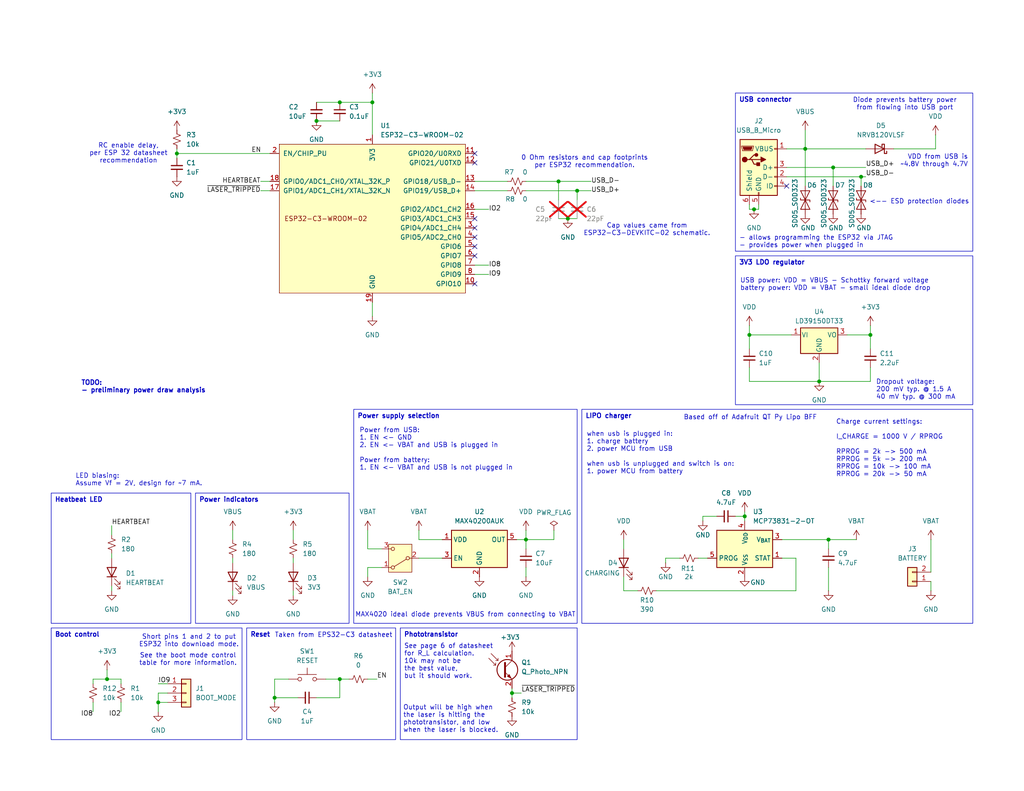
<source format=kicad_sch>
(kicad_sch (version 20231120) (generator "eeschema") (generator_version "8.0")
  (paper "USLetter")
  (title_block (title "laser photogate reporter") (date "2024-03-24") (rev "1") (company "Trevor Vannoy") (comment 2 "Downstream receiver for a laser photogate system.\\nThis board wireslessly sends a message back to the controller\\nwhen the object reached the finish line."))
  (lib_symbols
    (symbol "Analog_Switch:MAX40200AUK"
      (property "Reference" "U" (at -6.35 6.35 0))
      (property "Value" "MAX40200AUK" (at 7.62 6.35 0))
      (symbol "MAX40200AUK_1_1"
        (rectangle (start -7.62 -5.08) (end 7.62 5.08) (stroke (width 0.254)) (fill (type background)))
        (pin power_in line (at -10.16 2.54 0) (length 2.54) (name "VDD") (number "1"))
        (pin power_in line (at 0 -7.62 90) (length 2.54) (name "GND") (number "2"))
        (pin input line (at -10.16 -2.54 0) (length 2.54) (name "EN") (number "3"))
        (pin no_connect line (at 7.62 -2.54 180) (length 2.54) hide (name "NC") (number "4"))
        (pin passive line (at 10.16 2.54 180) (length 2.54) (name "OUT") (number "5"))
      )
    )
    (symbol "Battery_Management:MCP73831-2-OT"
      (property "Reference" "U" (at -7.62 6.35 0))
      (property "Value" "MCP73831-2-OT" (at 1.27 6.35 0))
      (symbol "MCP73831-2-OT_0_1"
        (rectangle (start -7.62 5.08) (end 7.62 -5.08) (stroke (width 0.254)) (fill (type background)))
      )
      (symbol "MCP73831-2-OT_1_1"
        (pin tri_state line (at 10.16 -2.54 180) (length 2.54) (name "STAT") (number "1"))
        (pin power_in line (at 0 -7.62 90) (length 2.54) (name "V_{SS}") (number "2"))
        (pin power_out line (at 10.16 2.54 180) (length 2.54) (name "V_{BAT}") (number "3"))
        (pin power_in line (at 0 7.62 270) (length 2.54) (name "V_{DD}") (number "4"))
        (pin input line (at -10.16 -2.54 0) (length 2.54) (name "PROG") (number "5"))
      )
    )
    (symbol "Connector:USB_B_Micro" (pin_names (offset 1.016))
      (property "Reference" "J" (at -5.08 11.43 0))
      (property "Value" "USB_B_Micro" (at -5.08 8.89 0))
      (symbol "USB_B_Micro_0_1"
        (rectangle (start -5.08 -7.62) (end 5.08 7.62) (stroke (width 0.254)) (fill (type background)))
        (circle (center -3.81 2.159) (radius 0.635) (stroke (width 0.254)) (fill (type outline)))
        (circle (center -0.635 3.429) (radius 0.381) (stroke (width 0.254)) (fill (type outline)))
        (rectangle (start -0.127 -7.62) (end 0.127 -6.858))
        (polyline (pts (xy -1.905 2.159) (xy 0.635 2.159)) (stroke (width 0.254)))
        (polyline (pts (xy -3.175 2.159) (xy -2.54 2.159) (xy -1.27 3.429) (xy -0.635 3.429)) (stroke (width 0.254)))
        (polyline (pts (xy -2.54 2.159) (xy -1.905 2.159) (xy -1.27 0.889) (xy 0 0.889)) (stroke (width 0.254)))
        (polyline (pts (xy 0.635 2.794) (xy 0.635 1.524) (xy 1.905 2.159) (xy 0.635 2.794)) (stroke (width 0.254)) (fill (type outline)))
        (polyline (pts (xy -4.318 5.588) (xy -1.778 5.588) (xy -2.032 4.826) (xy -4.064 4.826) (xy -4.318 5.588)) (fill (type outline)))
        (polyline (pts (xy -4.699 5.842) (xy -4.699 5.588) (xy -4.445 4.826) (xy -4.445 4.572) (xy -1.651 4.572) (xy -1.651 4.826) (xy -1.397 5.588) (xy -1.397 5.842) (xy -4.699 5.842)))
        (rectangle (start 0.254 1.27) (end -0.508 0.508) (stroke (width 0.254)) (fill (type outline)))
        (rectangle (start 5.08 -5.207) (end 4.318 -4.953))
        (rectangle (start 5.08 -2.667) (end 4.318 -2.413))
        (rectangle (start 5.08 -0.127) (end 4.318 0.127))
        (rectangle (start 5.08 4.953) (end 4.318 5.207))
      )
      (symbol "USB_B_Micro_1_1"
        (pin power_out line (at 7.62 5.08 180) (length 2.54) (name "VBUS") (number "1"))
        (pin bidirectional line (at 7.62 -2.54 180) (length 2.54) (name "D-") (number "2"))
        (pin bidirectional line (at 7.62 0 180) (length 2.54) (name "D+") (number "3"))
        (pin passive line (at 7.62 -5.08 180) (length 2.54) (name "ID") (number "4"))
        (pin power_out line (at 0 -10.16 90) (length 2.54) (name "GND") (number "5"))
        (pin passive line (at -2.54 -10.16 90) (length 2.54) (name "Shield") (number "6"))
      )
    )
    (symbol "Connector_Generic:Conn_01x02" (pin_names (offset 1.016) hide)
      (property "Reference" "J" (at 0 2.54 0))
      (property "Value" "Conn_01x02" (at 0 -5.08 0))
      (symbol "Conn_01x02_1_1"
        (rectangle (start -1.27 -2.413) (end 0 -2.667) (stroke (width 0.1524)))
        (rectangle (start -1.27 0.127) (end 0 -0.127) (stroke (width 0.1524)))
        (rectangle (start -1.27 1.27) (end 1.27 -3.81) (stroke (width 0.254)) (fill (type background)))
        (pin passive line (at -5.08 0 0) (length 3.81) (name "Pin_1") (number "1"))
        (pin passive line (at -5.08 -2.54 0) (length 3.81) (name "Pin_2") (number "2"))
      )
    )
    (symbol "Connector_Generic:Conn_01x03" (pin_names (offset 1.016) hide)
      (property "Reference" "J" (at 0 5.08 0))
      (property "Value" "Conn_01x03" (at 0 -5.08 0))
      (symbol "Conn_01x03_1_1"
        (rectangle (start -1.27 -2.413) (end 0 -2.667) (stroke (width 0.1524)))
        (rectangle (start -1.27 0.127) (end 0 -0.127) (stroke (width 0.1524)))
        (rectangle (start -1.27 2.667) (end 0 2.413) (stroke (width 0.1524)))
        (rectangle (start -1.27 3.81) (end 1.27 -3.81) (stroke (width 0.254)) (fill (type background)))
        (pin passive line (at -5.08 2.54 0) (length 3.81) (name "Pin_1") (number "1"))
        (pin passive line (at -5.08 0 0) (length 3.81) (name "Pin_2") (number "2"))
        (pin passive line (at -5.08 -2.54 0) (length 3.81) (name "Pin_3") (number "3"))
      )
    )
    (symbol "Device:C_Small" (pin_numbers hide) (pin_names (offset 0.254) hide)
      (property "Reference" "C" (at 0.254 1.778 0))
      (property "Value" "C_Small" (at 0.254 -2.032 0))
      (symbol "C_Small_0_1"
        (polyline (pts (xy -1.524 -0.508) (xy 1.524 -0.508)) (stroke (width 0.3302)))
        (polyline (pts (xy -1.524 0.508) (xy 1.524 0.508)) (stroke (width 0.3048)))
      )
      (symbol "C_Small_1_1"
        (pin passive line (at 0 2.54 270) (length 2.032) (name "~") (number "1"))
        (pin passive line (at 0 -2.54 90) (length 2.032) (name "~") (number "2"))
      )
    )
    (symbol "Device:D_Schottky" (pin_numbers hide) (pin_names (offset 1.016) hide)
      (property "Reference" "D" (at 0 2.54 0))
      (property "Value" "D_Schottky" (at 0 -2.54 0))
      (symbol "D_Schottky_0_1"
        (polyline (pts (xy 1.27 0) (xy -1.27 0)))
        (polyline (pts (xy 1.27 1.27) (xy 1.27 -1.27) (xy -1.27 0) (xy 1.27 1.27)) (stroke (width 0.254)))
        (polyline (pts (xy -1.905 0.635) (xy -1.905 1.27) (xy -1.27 1.27) (xy -1.27 -1.27) (xy -0.635 -1.27) (xy -0.635 -0.635)) (stroke (width 0.254)))
      )
      (symbol "D_Schottky_1_1"
        (pin passive line (at -3.81 0 0) (length 2.54) (name "K") (number "1"))
        (pin passive line (at 3.81 0 180) (length 2.54) (name "A") (number "2"))
      )
    )
    (symbol "Device:LED" (pin_numbers hide) (pin_names (offset 1.016) hide)
      (property "Reference" "D" (at 0 2.54 0))
      (property "Value" "LED" (at 0 -2.54 0))
      (symbol "LED_0_1"
        (polyline (pts (xy -1.27 -1.27) (xy -1.27 1.27)) (stroke (width 0.254)))
        (polyline (pts (xy -1.27 0) (xy 1.27 0)))
        (polyline (pts (xy 1.27 -1.27) (xy 1.27 1.27) (xy -1.27 0) (xy 1.27 -1.27)) (stroke (width 0.254)))
        (polyline (pts (xy -3.048 -0.762) (xy -4.572 -2.286) (xy -3.81 -2.286) (xy -4.572 -2.286) (xy -4.572 -1.524)))
        (polyline (pts (xy -1.778 -0.762) (xy -3.302 -2.286) (xy -2.54 -2.286) (xy -3.302 -2.286) (xy -3.302 -1.524)))
      )
      (symbol "LED_1_1"
        (pin passive line (at -3.81 0 0) (length 2.54) (name "K") (number "1"))
        (pin passive line (at 3.81 0 180) (length 2.54) (name "A") (number "2"))
      )
    )
    (symbol "Device:Q_Photo_NPN" (pin_names (offset 0) hide)
      (property "Reference" "Q" (at 5.08 1.27 0))
      (property "Value" "Q_Photo_NPN" (at 5.08 -1.27 0))
      (symbol "Q_Photo_NPN_0_1"
        (polyline (pts (xy -1.905 1.27) (xy -2.54 1.27)))
        (polyline (pts (xy -1.27 2.54) (xy -1.905 2.54)))
        (polyline (pts (xy 0.635 0.635) (xy 2.54 2.54)))
        (polyline (pts (xy -3.81 3.175) (xy -1.905 1.27) (xy -1.905 1.905)))
        (polyline (pts (xy -3.175 4.445) (xy -1.27 2.54) (xy -1.27 3.175)))
        (polyline (pts (xy 0.635 -0.635) (xy 2.54 -2.54) (xy 2.54 -2.54)))
        (polyline (pts (xy 0.635 1.905) (xy 0.635 -1.905) (xy 0.635 -1.905)) (stroke (width 0.508)))
        (polyline (pts (xy 1.27 -1.778) (xy 1.778 -1.27) (xy 2.286 -2.286) (xy 1.27 -1.778) (xy 1.27 -1.778)) (fill (type outline)))
        (circle (center 1.27 0) (radius 2.8194) (stroke (width 0.254)))
      )
      (symbol "Q_Photo_NPN_1_1"
        (pin passive line (at 2.54 5.08 270) (length 2.54) (name "C") (number "1"))
        (pin passive line (at 2.54 -5.08 90) (length 2.54) (name "E") (number "2"))
      )
    )
    (symbol "Device:R_Small_US" (pin_numbers hide) (pin_names (offset 0.254) hide)
      (property "Reference" "R" (at 0.762 0.508 0))
      (property "Value" "R_Small_US" (at 0.762 -1.016 0))
      (symbol "R_Small_US_1_1"
        (polyline (pts (xy 0 0) (xy 1.016 -0.381) (xy 0 -0.762) (xy -1.016 -1.143) (xy 0 -1.524)))
        (polyline (pts (xy 0 1.524) (xy 1.016 1.143) (xy 0 0.762) (xy -1.016 0.381) (xy 0 0)))
        (pin passive line (at 0 2.54 270) (length 1.016) (name "~") (number "1"))
        (pin passive line (at 0 -2.54 90) (length 1.016) (name "~") (number "2"))
      )
    )
    (symbol "Diode:SD05_SOD323" (pin_numbers hide) (pin_names (offset 1.016) hide)
      (property "Reference" "D" (at 0 2.54 0))
      (property "Value" "SD05_SOD323" (at 0 -2.54 0))
      (symbol "SD05_SOD323_0_1"
        (polyline (pts (xy 1.27 0) (xy -1.27 0)))
        (polyline (pts (xy -2.54 -1.27) (xy 0 0) (xy -2.54 1.27) (xy -2.54 -1.27)) (stroke (width 0.2032)))
        (polyline (pts (xy 0.508 1.27) (xy 0 1.27) (xy 0 -1.27) (xy -0.508 -1.27)) (stroke (width 0.2032)))
        (polyline (pts (xy 2.54 1.27) (xy 2.54 -1.27) (xy 0 0) (xy 2.54 1.27)) (stroke (width 0.2032)))
      )
      (symbol "SD05_SOD323_1_1"
        (pin passive line (at -3.81 0 0) (length 2.54) (name "A1") (number "1"))
        (pin passive line (at 3.81 0 180) (length 2.54) (name "A2") (number "2"))
      )
    )
    (symbol "PCM_Espressif:ESP32-C3-WROOM-02" (pin_names (offset 1.016))
      (property "Reference" "U" (at -25.4 25.4 0))
      (property "Value" "ESP32-C3-WROOM-02" (at -25.4 22.86 0))
      (symbol "ESP32-C3-WROOM-02_0_0"
        (text "ESP32-C3-WROOM-02" (at -12.7 0 0) (effects (font (size 1.27 1.27))))
      )
      (symbol "ESP32-C3-WROOM-02_0_1"
        (rectangle (start 25.4 20.32) (end -25.4 -20.32) (fill (type background)))
      )
      (symbol "ESP32-C3-WROOM-02_1_1"
        (pin power_in line (at 0 22.86 270) (length 2.54) (name "3V3") (number "1"))
        (pin bidirectional line (at 27.94 -17.78 180) (length 2.54) (name "GPIO10") (number "10"))
        (pin bidirectional line (at 27.94 17.78 180) (length 2.54) (name "GPIO20/U0RXD") (number "11"))
        (pin bidirectional line (at 27.94 15.24 180) (length 2.54) (name "GPIO21/U0TXD") (number "12"))
        (pin bidirectional line (at 27.94 10.16 180) (length 2.54) (name "GPIO18/USB_D-") (number "13"))
        (pin bidirectional line (at 27.94 7.62 180) (length 2.54) (name "GPIO19/USB_D+") (number "14"))
        (pin bidirectional line (at 27.94 0 180) (length 2.54) (name "GPIO3/ADC1_CH3") (number "15"))
        (pin bidirectional line (at 27.94 2.54 180) (length 2.54) (name "GPIO2/ADC1_CH2") (number "16"))
        (pin bidirectional line (at -27.94 7.62 0) (length 2.54) (name "GPIO1/ADC1_CH1/XTAL_32K_N") (number "17"))
        (pin bidirectional line (at -27.94 10.16 0) (length 2.54) (name "GPIO0/ADC1_CH0/XTAL_32K_P") (number "18"))
        (pin power_in line (at 0 -22.86 90) (length 2.54) (name "GND") (number "19"))
        (pin input line (at -27.94 17.78 0) (length 2.54) (name "EN/CHIP_PU") (number "2"))
        (pin bidirectional line (at 27.94 -2.54 180) (length 2.54) (name "GPIO4/ADC1_CH4") (number "3"))
        (pin bidirectional line (at 27.94 -5.08 180) (length 2.54) (name "GPIO5/ADC2_CH0") (number "4"))
        (pin bidirectional line (at 27.94 -7.62 180) (length 2.54) (name "GPIO6") (number "5"))
        (pin bidirectional line (at 27.94 -10.16 180) (length 2.54) (name "GPIO7") (number "6"))
        (pin bidirectional line (at 27.94 -12.7 180) (length 2.54) (name "GPIO8") (number "7"))
        (pin bidirectional line (at 27.94 -15.24 180) (length 2.54) (name "GPIO9") (number "8"))
        (pin passive line (at 0 -22.86 90) (length 2.54) hide (name "GND") (number "9"))
      )
    )
    (symbol "Regulator_Linear:LD39150DT33" (pin_names (offset 0.254))
      (property "Reference" "U" (at -3.81 3.175 0))
      (property "Value" "LD39150DT33" (at 0 3.175 0))
      (symbol "LD39150DT33_0_1"
        (rectangle (start -5.08 -5.08) (end 5.08 1.905) (stroke (width 0.254)) (fill (type background)))
      )
      (symbol "LD39150DT33_1_1"
        (pin power_in line (at -7.62 0 0) (length 2.54) (name "VI") (number "1"))
        (pin power_in line (at 0 -7.62 90) (length 2.54) (name "GND") (number "2"))
        (pin power_out line (at 7.62 0 180) (length 2.54) (name "VO") (number "3"))
      )
    )
    (symbol "Switch:SW_Push" (pin_numbers hide) (pin_names (offset 1.016) hide)
      (property "Reference" "SW" (at 1.27 2.54 0))
      (property "Value" "SW_Push" (at 0 -1.524 0))
      (symbol "SW_Push_0_1"
        (circle (center -2.032 0) (radius 0.508))
        (polyline (pts (xy 0 1.27) (xy 0 3.048)))
        (polyline (pts (xy 2.54 1.27) (xy -2.54 1.27)))
        (circle (center 2.032 0) (radius 0.508))
        (pin passive line (at -5.08 0 0) (length 2.54) (name "1") (number "1"))
        (pin passive line (at 5.08 0 180) (length 2.54) (name "2") (number "2"))
      )
    )
    (symbol "Switch:SW_SPDT" (pin_names (offset 0) hide)
      (property "Reference" "SW" (at 0 5.08 0))
      (property "Value" "SW_SPDT" (at 0 -5.08 0))
      (symbol "SW_SPDT_0_1"
        (circle (center -2.032 0) (radius 0.4572))
        (polyline (pts (xy -1.651 0.254) (xy 1.651 2.286)))
        (circle (center 2.032 -2.54) (radius 0.4572))
        (circle (center 2.032 2.54) (radius 0.4572))
      )
      (symbol "SW_SPDT_1_1"
        (rectangle (start -3.175 3.81) (end 3.175 -3.81) (fill (type background)))
        (pin passive line (at 5.08 2.54 180) (length 2.54) (name "A") (number "1"))
        (pin passive line (at -5.08 0 0) (length 2.54) (name "B") (number "2"))
        (pin passive line (at 5.08 -2.54 180) (length 2.54) (name "C") (number "3"))
      )
    )
    (symbol "power:+3V3" (power) (pin_numbers hide) (pin_names (offset 0) hide)
      (property "Value" "+3V3" (at 0 3.556 0))
      (symbol "+3V3_0_1"
        (polyline (pts (xy -0.762 1.27) (xy 0 2.54)))
        (polyline (pts (xy 0 0) (xy 0 2.54)))
        (polyline (pts (xy 0 2.54) (xy 0.762 1.27)))
      )
      (symbol "+3V3_1_1"
        (pin power_in line (at 0 0 90) (length 0) (name "~") (number "1"))
      )
    )
    (symbol "power:GND" (power) (pin_numbers hide) (pin_names (offset 0) hide)
      (property "Value" "GND" (at 0 -3.81 0))
      (symbol "GND_0_1"
        (polyline (pts (xy 0 0) (xy 0 -1.27) (xy 1.27 -1.27) (xy 0 -2.54) (xy -1.27 -1.27) (xy 0 -1.27)))
      )
      (symbol "GND_1_1"
        (pin power_in line (at 0 0 270) (length 0) (name "~") (number "1"))
      )
    )
    (symbol "power:PWR_FLAG" (power) (pin_numbers hide) (pin_names (offset 0) hide)
      (property "Value" "PWR_FLAG" (at 0 3.81 0))
      (symbol "PWR_FLAG_0_0"
        (pin power_out line (at 0 0 90) (length 0) (name "~") (number "1"))
      )
      (symbol "PWR_FLAG_0_1"
        (polyline (pts (xy 0 0) (xy 0 1.27) (xy -1.016 1.905) (xy 0 2.54) (xy 1.016 1.905) (xy 0 1.27)))
      )
    )
    (symbol "power:VBUS" (power) (pin_numbers hide) (pin_names (offset 0) hide)
      (property "Value" "VBUS" (at 0 3.556 0))
      (symbol "VBUS_0_1"
        (polyline (pts (xy -0.762 1.27) (xy 0 2.54)))
        (polyline (pts (xy 0 0) (xy 0 2.54)))
        (polyline (pts (xy 0 2.54) (xy 0.762 1.27)))
      )
      (symbol "VBUS_1_1"
        (pin power_in line (at 0 0 90) (length 0) (name "~") (number "1"))
      )
    )
    (symbol "power:VCC" (power) (pin_numbers hide) (pin_names (offset 0) hide)
      (property "Value" "VCC" (at 0 3.556 0))
      (symbol "VCC_0_1"
        (polyline (pts (xy -0.762 1.27) (xy 0 2.54)))
        (polyline (pts (xy 0 0) (xy 0 2.54)))
        (polyline (pts (xy 0 2.54) (xy 0.762 1.27)))
      )
      (symbol "VCC_1_1"
        (pin power_in line (at 0 0 90) (length 0) (name "~") (number "1"))
      )
    )
    (symbol "power:VDD" (power) (pin_numbers hide) (pin_names (offset 0) hide)
      (property "Value" "VDD" (at 0 3.556 0))
      (symbol "VDD_0_1"
        (polyline (pts (xy -0.762 1.27) (xy 0 2.54)))
        (polyline (pts (xy 0 0) (xy 0 2.54)))
        (polyline (pts (xy 0 2.54) (xy 0.762 1.27)))
      )
      (symbol "VDD_1_1"
        (pin power_in line (at 0 0 90) (length 0) (name "~") (number "1"))
      )
    )
  )
  (junction (at 219.71 40.64))
  (junction (at 204.47 91.44))
  (junction (at 92.71 27.94))
  (junction (at 152.4 49.53))
  (junction (at 139.7 189.23))
  (junction (at 234.95 48.26))
  (junction (at 237.49 91.44))
  (junction (at 101.6 27.94))
  (junction (at 48.26 41.91))
  (junction (at 143.51 147.32))
  (junction (at 157.48 52.07))
  (junction (at 226.06 147.32))
  (junction (at 74.93 190.5))
  (junction (at 203.2 140.97))
  (junction (at 86.36 33.02))
  (junction (at 223.52 104.14))
  (junction (at 92.71 185.42))
  (junction (at 227.33 45.72))
  (junction (at 154.94 59.69))
  (junction (at 205.74 57.15))
  (junction (at 43.18 191.77))
  (junction (at 29.21 185.42))
  (no_connect (at 129.54 77.47))
  (no_connect (at 129.54 69.85))
  (no_connect (at 129.54 44.45))
  (no_connect (at 129.54 64.77))
  (no_connect (at 129.54 41.91))
  (no_connect (at 129.54 59.69))
  (no_connect (at 129.54 67.31))
  (no_connect (at 129.54 62.23))
  (no_connect (at 214.63 50.8))
  (wire (pts (xy 80.01 152.4) (xy 80.01 153.67)))
  (wire (pts (xy 74.93 185.42) (xy 74.93 190.5)))
  (wire (pts (xy 152.4 49.53) (xy 161.29 49.53)))
  (wire (pts (xy 100.33 185.42) (xy 102.87 185.42)))
  (wire (pts (xy 173.99 161.29) (xy 170.18 161.29)))
  (wire (pts (xy 204.47 57.15) (xy 204.47 55.88)))
  (wire (pts (xy 80.01 161.29) (xy 80.01 162.56)))
  (wire (pts (xy 214.63 48.26) (xy 234.95 48.26)))
  (wire (pts (xy 219.71 40.64) (xy 236.22 40.64)))
  (wire (pts (xy 81.28 190.5) (xy 74.93 190.5)))
  (wire (pts (xy 143.51 157.48) (xy 143.51 154.94)))
  (wire (pts (xy 43.18 189.23) (xy 43.18 191.77)))
  (wire (pts (xy 254 147.32) (xy 254 156.21)))
  (wire (pts (xy 190.5 152.4) (xy 193.04 152.4)))
  (wire (pts (xy 92.71 190.5) (xy 86.36 190.5)))
  (wire (pts (xy 237.49 91.44) (xy 237.49 95.25)))
  (wire (pts (xy 43.18 191.77) (xy 43.18 194.31)))
  (wire (pts (xy 234.95 48.26) (xy 236.22 48.26)))
  (wire (pts (xy 129.54 52.07) (xy 138.43 52.07)))
  (wire (pts (xy 234.95 48.26) (xy 234.95 50.8)))
  (wire (pts (xy 203.2 140.97) (xy 203.2 142.24)))
  (wire (pts (xy 139.7 187.96) (xy 139.7 189.23)))
  (wire (pts (xy 101.6 82.55) (xy 101.6 86.36)))
  (wire (pts (xy 101.6 27.94) (xy 101.6 36.83)))
  (wire (pts (xy 92.71 185.42) (xy 92.71 190.5)))
  (wire (pts (xy 74.93 190.5) (xy 74.93 191.77)))
  (wire (pts (xy 237.49 104.14) (xy 237.49 100.33)))
  (wire (pts (xy 43.18 186.69) (xy 45.72 186.69)))
  (wire (pts (xy 100.33 149.86) (xy 104.14 149.86)))
  (wire (pts (xy 207.01 57.15) (xy 207.01 55.88)))
  (wire (pts (xy 30.48 151.13) (xy 30.48 152.4)))
  (wire (pts (xy 33.02 191.77) (xy 33.02 194.31)))
  (wire (pts (xy 214.63 45.72) (xy 227.33 45.72)))
  (wire (pts (xy 154.94 59.69) (xy 157.48 59.69)))
  (wire (pts (xy 223.52 104.14) (xy 237.49 104.14)))
  (wire (pts (xy 152.4 49.53) (xy 152.4 54.61)))
  (wire (pts (xy 223.52 99.06) (xy 223.52 104.14)))
  (wire (pts (xy 129.54 57.15) (xy 133.35 57.15)))
  (wire (pts (xy 25.4 191.77) (xy 25.4 194.31)))
  (wire (pts (xy 143.51 147.32) (xy 143.51 149.86)))
  (wire (pts (xy 114.3 144.78) (xy 114.3 147.32)))
  (wire (pts (xy 226.06 147.32) (xy 233.68 147.32)))
  (wire (pts (xy 143.51 52.07) (xy 157.48 52.07)))
  (wire (pts (xy 143.51 147.32) (xy 143.51 144.78)))
  (wire (pts (xy 205.74 57.15) (xy 207.01 57.15)))
  (wire (pts (xy 139.7 189.23) (xy 139.7 190.5)))
  (wire (pts (xy 80.01 144.78) (xy 80.01 147.32)))
  (wire (pts (xy 129.54 49.53) (xy 138.43 49.53)))
  (wire (pts (xy 204.47 88.9) (xy 204.47 91.44)))
  (wire (pts (xy 114.3 152.4) (xy 120.65 152.4)))
  (wire (pts (xy 63.5 161.29) (xy 63.5 162.56)))
  (wire (pts (xy 205.74 57.15) (xy 204.47 57.15)))
  (wire (pts (xy 43.18 191.77) (xy 45.72 191.77)))
  (wire (pts (xy 204.47 104.14) (xy 223.52 104.14)))
  (wire (pts (xy 227.33 50.8) (xy 227.33 45.72)))
  (wire (pts (xy 204.47 95.25) (xy 204.47 91.44)))
  (wire (pts (xy 86.36 27.94) (xy 92.71 27.94)))
  (wire (pts (xy 30.48 160.02) (xy 30.48 161.29)))
  (wire (pts (xy 71.12 52.07) (xy 73.66 52.07)))
  (wire (pts (xy 217.17 161.29) (xy 217.17 152.4)))
  (wire (pts (xy 88.9 185.42) (xy 92.71 185.42)))
  (wire (pts (xy 100.33 144.78) (xy 100.33 149.86)))
  (wire (pts (xy 71.12 49.53) (xy 73.66 49.53)))
  (wire (pts (xy 227.33 45.72) (xy 236.22 45.72)))
  (wire (pts (xy 204.47 100.33) (xy 204.47 104.14)))
  (wire (pts (xy 200.66 140.97) (xy 203.2 140.97)))
  (wire (pts (xy 191.77 142.24) (xy 191.77 140.97)))
  (wire (pts (xy 255.27 40.64) (xy 255.27 36.83)))
  (wire (pts (xy 48.26 41.91) (xy 48.26 43.18)))
  (wire (pts (xy 203.2 139.7) (xy 203.2 140.97)))
  (wire (pts (xy 226.06 154.94) (xy 226.06 161.29)))
  (wire (pts (xy 129.54 72.39) (xy 133.35 72.39)))
  (wire (pts (xy 213.36 147.32) (xy 226.06 147.32)))
  (wire (pts (xy 92.71 27.94) (xy 101.6 27.94)))
  (wire (pts (xy 29.21 185.42) (xy 25.4 185.42)))
  (wire (pts (xy 170.18 147.32) (xy 170.18 149.86)))
  (wire (pts (xy 63.5 152.4) (xy 63.5 153.67)))
  (wire (pts (xy 45.72 189.23) (xy 43.18 189.23)))
  (wire (pts (xy 152.4 59.69) (xy 154.94 59.69)))
  (wire (pts (xy 237.49 88.9) (xy 237.49 91.44)))
  (wire (pts (xy 63.5 144.78) (xy 63.5 147.32)))
  (wire (pts (xy 78.74 185.42) (xy 74.93 185.42)))
  (wire (pts (xy 204.47 91.44) (xy 215.9 91.44)))
  (wire (pts (xy 29.21 182.88) (xy 29.21 185.42)))
  (wire (pts (xy 143.51 147.32) (xy 140.97 147.32)))
  (wire (pts (xy 214.63 40.64) (xy 219.71 40.64)))
  (wire (pts (xy 114.3 147.32) (xy 120.65 147.32)))
  (wire (pts (xy 92.71 185.42) (xy 95.25 185.42)))
  (wire (pts (xy 143.51 49.53) (xy 152.4 49.53)))
  (wire (pts (xy 29.21 185.42) (xy 33.02 185.42)))
  (wire (pts (xy 243.84 40.64) (xy 255.27 40.64)))
  (wire (pts (xy 139.7 189.23) (xy 142.24 189.23)))
  (wire (pts (xy 48.26 40.64) (xy 48.26 41.91)))
  (wire (pts (xy 219.71 40.64) (xy 219.71 50.8)))
  (wire (pts (xy 179.07 161.29) (xy 217.17 161.29)))
  (wire (pts (xy 25.4 185.42) (xy 25.4 186.69)))
  (wire (pts (xy 226.06 149.86) (xy 226.06 147.32)))
  (wire (pts (xy 157.48 52.07) (xy 157.48 54.61)))
  (wire (pts (xy 143.51 147.32) (xy 151.13 147.32)))
  (wire (pts (xy 254 158.75) (xy 254 161.29)))
  (wire (pts (xy 213.36 152.4) (xy 217.17 152.4)))
  (wire (pts (xy 100.33 154.94) (xy 100.33 157.48)))
  (wire (pts (xy 231.14 91.44) (xy 237.49 91.44)))
  (wire (pts (xy 104.14 154.94) (xy 100.33 154.94)))
  (wire (pts (xy 191.77 140.97) (xy 195.58 140.97)))
  (wire (pts (xy 170.18 161.29) (xy 170.18 157.48)))
  (wire (pts (xy 219.71 35.56) (xy 219.71 40.64)))
  (wire (pts (xy 157.48 52.07) (xy 161.29 52.07)))
  (wire (pts (xy 33.02 185.42) (xy 33.02 186.69)))
  (wire (pts (xy 181.61 153.67) (xy 181.61 152.4)))
  (wire (pts (xy 129.54 74.93) (xy 133.35 74.93)))
  (wire (pts (xy 101.6 25.4) (xy 101.6 27.94)))
  (wire (pts (xy 86.36 33.02) (xy 92.71 33.02)))
  (wire (pts (xy 181.61 152.4) (xy 185.42 152.4)))
  (wire (pts (xy 48.26 41.91) (xy 73.66 41.91)))
  (wire (pts (xy 151.13 147.32) (xy 151.13 144.78)))
  (wire (pts (xy 30.48 143.51) (xy 30.48 146.05)))
  (text_box "Heatbeat LED" (at 13.97 134.62 0) (size 38.1 35.56) (effects (font (size 1.27 1.27) (thickness 0.254) (bold yes)) (justify left top)))
  (text_box "Boot control" (at 13.97 171.45 0) (size 52.07 30.48) (effects (font (size 1.27 1.27) (thickness 0.254) (bold yes)) (justify left top)))
  (text_box "Power indicators" (at 53.34 134.62 0) (size 41.91 35.56) (effects (font (size 1.27 1.27) (thickness 0.254) (bold yes)) (justify left top)))
  (text_box "Reset" (at 67.31 171.45 0) (size 40.64 30.48) (effects (font (size 1.27 1.27) (thickness 0.254) (bold yes)) (justify left top)))
  (text_box "USB connector" (at 200.66 25.4 0) (size 64.77 43.18) (effects (font (size 1.27 1.27) (bold yes)) (justify left top)))
  (text_box "Phototransistor" (at 109.22 171.45 0) (size 48.26 30.48) (effects (font (size 1.27 1.27) (thickness 0.254) (bold yes)) (justify left top)))
  (text_box "LIPO charger" (at 158.75 111.76 0) (size 106.68 58.42) (effects (font (size 1.27 1.27) (thickness 0.254) (bold yes)) (justify left top)))
  (text_box "3V3 LDO regulator" (at 200.66 69.85 0) (size 64.77 40.64) (effects (font (size 1.27 1.27) (bold yes)) (justify left top)))
  (text_box "Power supply selection" (at 96.52 111.76 0) (size 60.96 58.42) (effects (font (size 1.27 1.27) (bold yes)) (justify left top)))
  (text "Short pins 1 and 2 to put\nESP32 into download mode." (at 51.562 175.006 0) (effects (font (size 1.27 1.27))))
  (text "Dropout voltage:\n200 mV typ. @ 1.5 A\n40 mV typ. @ 300 mA" (at 239.014 106.426 0) (effects (font (size 1.27 1.27)) (justify left)))
  (text "when usb is plugged in:\n1. charge battery\n2. power MCU from USB\n\nwhen usb is unplugged and switch is on:\n1. power MCU from battery " (at 160.02 123.698 0) (effects (font (size 1.27 1.27)) (justify left)))
  (text "VDD from USB is\n~4.8V through 4.7V" (at 264.16 43.942 0) (effects (font (size 1.27 1.27)) (justify right)))
  (text "- allows programming the ESP32 via JTAG\n- provides power when plugged in" (at 201.676 66.04 0) (effects (font (size 1.27 1.27)) (justify left)))
  (text "Based off of Adafruit QT Py Lipo BFF" (at 204.724 114.046 0) (effects (font (size 1.27 1.27))))
  (text "Diode prevents battery power\nfrom flowing into USB port" (at 246.888 28.448 0) (effects (font (size 1.27 1.27))))
  (text "0 Ohm resistors and cap footprints\nper ESP32 recommendation.\n" (at 159.512 44.196 0) (effects (font (size 1.27 1.27))))
  (text "TODO:\n- preliminary power draw analysis" (at 22.098 105.664 0) (effects (font (size 1.27 1.27) (thickness 0.254) (bold yes)) (justify left)))
  (text "Power from USB:\n1. EN <- GND\n2. EN <- VBAT and USB is plugged in\n\nPower from battery:\n1. EN <- VBAT and USB is not plugged in" (at 98.044 122.682 0) (effects (font (size 1.27 1.27)) (justify left)))
  (text "Output will be high when \nthe laser is hitting the\nphototransistor, and low \nwhen the laser is blocked." (at 109.982 196.342 0) (effects (font (size 1.27 1.27)) (justify left)))
  (text "See page 6 of datasheet\nfor R_L calculation. \n10k may not be\nthe best value,\nbut it should work." (at 110.236 180.594 0) (effects (font (size 1.27 1.27)) (justify left)))
  (text "See the boot mode control\ntable for more information." (at 51.308 180.086 0) (effects (font (size 1.27 1.27))))
  (text "MAX4020 ideal diode prevents VBUS from connecting to VBAT" (at 127 167.894 0) (effects (font (size 1.27 1.27))))
  (text "Taken from EPS32-C3 datasheet" (at 74.93 173.482 0) (effects (font (size 1.27 1.27)) (justify left)))
  (text "USB power: VDD = VBUS - Schottky forward voltage \nbattery power: VDD = VBAT - small ideal diode drop" (at 201.93 77.724 0) (effects (font (size 1.27 1.27)) (justify left)))
  (text "LED biasing:\nAssume Vf = 2V, design for ~7 mA.\n" (at 20.574 131.064 0) (effects (font (size 1.27 1.27)) (justify left)))
  (text "Charge current settings:\n\nI_CHARGE = 1000 V / RPROG \n\nRPROG = 2k -> 500 mA\nRPROG = 5k -> 200 mA\nRPROG = 10k -> 100 mA\nRPROG = 20k -> 50 mA" (at 228.092 122.428 0) (effects (font (size 1.27 1.27)) (justify left)))
  (text "RC enable delay,\nper ESP 32 datasheet\nrecommendation" (at 35.052 41.91 0) (effects (font (size 1.27 1.27))))
  (text "Cap values came from\nESP32-C3-DEVKITC-02 schematic." (at 176.53 62.738 0) (effects (font (size 1.27 1.27))))
  (text "<-- ESD protection diodes" (at 237.236 55.118 0) (effects (font (size 1.27 1.27)) (justify left)))
  (label "IO2" (at 33.02 194.31 180))
  (label "HEARTBEAT" (at 30.48 143.51 0))
  (label "USB_D-" (at 236.22 48.26 0))
  (label "EN" (at 102.87 185.42 0))
  (label "USB_D+" (at 161.29 52.07 0))
  (label "USB_D-" (at 161.29 49.53 0))
  (label "USB_D+" (at 236.22 45.72 0))
  (label "HEARTBEAT" (at 71.12 49.53 180))
  (label "IO9" (at 133.35 74.93 0))
  (label "IO2" (at 133.35 57.15 0))
  (label "IO9" (at 43.18 186.69 0))
  (label "~{LASER_TRIPPED}" (at 71.12 52.07 180))
  (label "~{LASER_TRIPPED}" (at 142.24 189.23 0))
  (label "IO8" (at 25.4 194.31 180))
  (label "EN" (at 68.58 41.91 0))
  (label "IO8" (at 133.35 72.39 0))
  (symbol (lib_id "power:+3V3") (at 80.01 144.78 0) (unit 1)
    (property "Reference" "#PWR010" (effects (hide yes)))
    (property "Value" "+3V3" (at 80.01 139.7 0))
    (property "Description" "Power symbol creates a global label with name \"+3V3\"" (effects (hide yes)))
  )
  (symbol (lib_id "power:GND") (at 154.94 59.69 0) (unit 1)
    (property "Reference" "#PWR018" (effects (hide yes)))
    (property "Value" "GND" (at 154.94 64.77 0))
    (property "Description" "Power symbol creates a global label with name \"GND\" , ground" (effects (hide yes)))
  )
  (symbol (lib_id "power:GND") (at 205.74 57.15 0) (unit 1)
    (property "Reference" "#PWR029" (effects (hide yes)))
    (property "Value" "GND" (at 205.74 62.23 0))
    (property "Description" "Power symbol creates a global label with name \"GND\" , ground" (effects (hide yes)))
  )
  (symbol (lib_id "power:GND") (at 143.51 157.48 0) (unit 1)
    (property "Reference" "#PWR022" (effects (hide yes)))
    (property "Value" "GND" (at 143.51 162.56 0))
    (property "Description" "Power symbol creates a global label with name \"GND\" , ground" (effects (hide yes)))
  )
  (symbol (lib_id "power:GND") (at 100.33 157.48 0) (unit 1)
    (property "Reference" "#PWR015" (effects (hide yes)))
    (property "Value" "GND" (at 100.33 162.56 0))
    (property "Description" "Power symbol creates a global label with name \"GND\" , ground" (effects (hide yes)))
  )
  (symbol (lib_id "power:VDD") (at 204.47 88.9 0) (unit 1)
    (property "Reference" "#PWR028" (effects (hide yes)))
    (property "Value" "VDD" (at 204.47 83.82 0))
    (property "Description" "Power symbol creates a global label with name \"VDD\"" (effects (hide yes)))
  )
  (symbol (lib_id "power:VBUS") (at 219.71 35.56 0) (unit 1)
    (property "Reference" "#PWR030" (effects (hide yes)))
    (property "Value" "VBUS" (at 219.71 30.48 0))
    (property "Description" "Power symbol creates a global label with name \"VBUS\"" (effects (hide yes)))
  )
  (symbol (lib_id "Device:LED") (at 30.48 156.21 90) (unit 1)
    (property "Reference" "D1" (at 34.29 156.5274 90) (effects (justify right)))
    (property "Value" "HEARTBEAT" (at 34.29 159.0674 90) (effects (justify right)))
    (property "Footprint" "LED_SMD:LED_1206_3216Metric_Pad1.42x1.75mm_HandSolder" (effects (hide yes)))
    (property "Datasheet" "https://mm.digikey.com/Volume0/opasdata/d220001/medias/docus/2715/B1591UY--20C000112U1930.pdf" (effects (hide yes)))
    (property "Description" "Light emitting diode" (effects (hide yes)))
    (property "Part Number" "B1591UY--20C000112U1930" (effects (hide yes)))
  )
  (symbol (lib_id "power:GND") (at 219.71 58.42 0) (unit 1)
    (property "Reference" "#PWR038" (effects (hide yes)))
    (property "Value" "GND" (at 220.472 62.23 0))
    (property "Description" "Power symbol creates a global label with name \"GND\" , ground" (effects (hide yes)))
  )
  (symbol (lib_id "power:GND") (at 234.95 58.42 0) (unit 1)
    (property "Reference" "#PWR040" (effects (hide yes)))
    (property "Value" "GND" (at 235.712 62.23 0))
    (property "Description" "Power symbol creates a global label with name \"GND\" , ground" (effects (hide yes)))
  )
  (symbol (lib_id "Diode:SD05_SOD323") (at 219.71 54.61 270) (unit 1)
    (property "Reference" "D6" (at 220.218 50.546 90) (effects (justify left)))
    (property "Value" "SD05_SOD323" (at 216.916 48.768 0) (effects (justify left)))
    (property "Footprint" "Diode_SMD:D_SOD-323" (effects (hide yes)))
    (property "Datasheet" "https://www.diodes.com/assets/Datasheets/SD05C.pdf" (effects (hide yes)))
    (property "Description" "5V, 450W Discrete Bidirectional TVS Diode, SOD-323" (effects (hide yes)))
    (property "Part Number" "SD05C-7" (effects (hide yes)))
  )
  (symbol (lib_id "power:GND") (at 63.5 162.56 0) (unit 1)
    (property "Reference" "#PWR07" (effects (hide yes)))
    (property "Value" "GND" (at 63.5 167.64 0))
    (property "Description" "Power symbol creates a global label with name \"GND\" , ground" (effects (hide yes)))
  )
  (symbol (lib_id "Diode:SD05_SOD323") (at 234.95 54.61 270) (unit 1)
    (property "Reference" "D8" (at 235.458 50.546 90) (effects (justify left)))
    (property "Value" "SD05_SOD323" (at 232.41 48.768 0) (effects (justify left)))
    (property "Footprint" "Diode_SMD:D_SOD-323" (effects (hide yes)))
    (property "Datasheet" "https://www.diodes.com/assets/Datasheets/SD05C.pdf" (effects (hide yes)))
    (property "Description" "5V, 450W Discrete Bidirectional TVS Diode, SOD-323" (effects (hide yes)))
    (property "Part Number" "SD05C-7" (effects (hide yes)))
  )
  (symbol (lib_id "Device:C_Small") (at 157.48 57.15 0) (unit 1) (dnp yes)
    (property "Reference" "C6" (at 160.02 57.15 0) (effects (justify left)))
    (property "Value" "22pF" (at 160.02 59.69 0) (effects (justify left)))
    (property "Footprint" "Capacitor_SMD:C_1206_3216Metric_Pad1.33x1.80mm_HandSolder" (effects (hide yes)))
    (property "Description" "Unpolarized capacitor, small symbol" (effects (hide yes)))
    (property "Notes" "50V" (effects (hide yes)))
  )
  (symbol (lib_id "power:VCC") (at 254 147.32 0) (unit 1)
    (property "Reference" "#PWR036" (effects (hide yes)))
    (property "Value" "VBAT" (at 254 142.24 0))
    (property "Description" "Power symbol creates a global label with name \"VCC\"" (effects (hide yes)))
  )
  (symbol (lib_id "Device:Q_Photo_NPN") (at 137.16 182.88 0) (unit 1)
    (property "Reference" "Q1" (at 142.24 180.848 0) (effects (justify left)))
    (property "Value" "Q_Photo_NPN" (at 142.24 183.4006 0) (effects (justify left)))
    (property "Footprint" "LED_THT:LED_D3.0mm_Clear" (effects (hide yes)))
    (property "Datasheet" "https://mm.digikey.com/Volume0/opasdata/d220001/medias/docus/885/ALS-PT204-6C%2CL177.pdf" (effects (hide yes)))
    (property "Description" "NPN phototransistor, collector/emitter" (effects (hide yes)))
    (property "Part Number" "ALS-PT204-6C/L177" (effects (hide yes)))
  )
  (symbol (lib_id "power:GND") (at 203.2 157.48 0) (unit 1)
    (property "Reference" "#PWR027" (effects (hide yes)))
    (property "Value" "GND" (at 206.756 159.004 0))
    (property "Description" "Power symbol creates a global label with name \"GND\" , ground" (effects (hide yes)))
  )
  (symbol (lib_id "Device:R_Small_US") (at 176.53 161.29 90) (unit 1)
    (property "Reference" "R10" (at 176.53 163.83 90))
    (property "Value" "390" (at 176.53 166.37 90))
    (property "Footprint" "Resistor_SMD:R_1206_3216Metric_Pad1.30x1.75mm_HandSolder" (effects (hide yes)))
    (property "Description" "Resistor, small US symbol" (effects (hide yes)))
  )
  (symbol (lib_id "Device:C_Small") (at 83.82 190.5 270) (unit 1)
    (property "Reference" "C4" (at 83.82 194.31 90))
    (property "Value" "1uF" (at 83.82 196.85 90))
    (property "Footprint" "Capacitor_SMD:C_1206_3216Metric_Pad1.33x1.80mm_HandSolder" (effects (hide yes)))
    (property "Description" "Unpolarized capacitor, small symbol" (effects (hide yes)))
  )
  (symbol (lib_id "Regulator_Linear:LD39150DT33") (at 223.52 91.44 0) (unit 1)
    (property "Reference" "U4" (at 223.52 85.09 0))
    (property "Value" "LD39150DT33" (at 223.52 87.63 0))
    (property "Footprint" "Package_TO_SOT_SMD:TO-252-3_TabPin2" (effects (hide yes)))
    (property "Datasheet" "https://www.st.com/resource/en/datasheet/ld39150.pdf" (effects (hide yes)))
    (property "Description" "1.5A Ultra Low Dropout regulator, positive, 3.3V fixed output, TO-252" (effects (hide yes)))
    (property "Part Number" "LD39150DT33-R" (effects (hide yes)))
  )
  (symbol (lib_id "power:GND") (at 101.6 86.36 0) (unit 1)
    (property "Reference" "#PWR013" (effects (hide yes)))
    (property "Value" "GND" (at 101.6 91.44 0))
    (property "Description" "Power symbol creates a global label with name \"GND\" , ground" (effects (hide yes)))
  )
  (symbol (lib_id "power:+3V3") (at 29.21 182.88 0) (unit 1)
    (property "Reference" "#PWR01" (effects (hide yes)))
    (property "Value" "+3V3" (at 29.21 177.8 0))
    (property "Description" "Power symbol creates a global label with name \"+3V3\"" (effects (hide yes)))
  )
  (symbol (lib_id "Device:R_Small_US") (at 48.26 38.1 180) (unit 1)
    (property "Reference" "R3" (at 50.8 36.8299 0) (effects (justify right)))
    (property "Value" "10k" (at 50.8 39.3699 0) (effects (justify right)))
    (property "Footprint" "Resistor_SMD:R_1206_3216Metric_Pad1.30x1.75mm_HandSolder" (effects (hide yes)))
    (property "Description" "Resistor, small US symbol" (effects (hide yes)))
  )
  (symbol (lib_id "Device:R_Small_US") (at 187.96 152.4 270) (unit 1)
    (property "Reference" "R11" (at 187.706 155.194 90))
    (property "Value" "2k" (at 187.96 157.48 90))
    (property "Footprint" "Resistor_SMD:R_1206_3216Metric_Pad1.30x1.75mm_HandSolder" (effects (hide yes)))
    (property "Description" "Resistor, small US symbol" (effects (hide yes)))
  )
  (symbol (lib_id "power:VDD") (at 143.51 144.78 0) (unit 1)
    (property "Reference" "#PWR021" (effects (hide yes)))
    (property "Value" "VDD" (at 143.51 139.7 0))
    (property "Description" "Power symbol creates a global label with name \"VDD\"" (effects (hide yes)))
  )
  (symbol (lib_id "power:PWR_FLAG") (at 151.13 144.78 0) (unit 1)
    (property "Reference" "#FLG01" (effects (hide yes)))
    (property "Value" "PWR_FLAG" (at 146.304 139.954 0) (effects (justify left)))
    (property "Description" "Special symbol for telling ERC where power comes from" (effects (hide yes)))
  )
  (symbol (lib_id "Device:R_Small_US") (at 140.97 49.53 90) (unit 1)
    (property "Reference" "R7" (at 138.938 46.99 90))
    (property "Value" "0" (at 143.256 46.99 90))
    (property "Footprint" "Resistor_SMD:R_1206_3216Metric_Pad1.30x1.75mm_HandSolder" (effects (hide yes)))
    (property "Description" "Resistor, small US symbol" (effects (hide yes)))
    (property "Notes" "1%" (effects (hide yes)))
  )
  (symbol (lib_id "power:GND") (at 181.61 153.67 0) (unit 1)
    (property "Reference" "#PWR024" (effects (hide yes)))
    (property "Value" "GND" (at 181.61 157.48 0))
    (property "Description" "Power symbol creates a global label with name \"GND\" , ground" (effects (hide yes)))
  )
  (symbol (lib_id "power:VCC") (at 233.68 147.32 0) (unit 1)
    (property "Reference" "#PWR033" (effects (hide yes)))
    (property "Value" "VBAT" (at 233.68 142.24 0))
    (property "Description" "Power symbol creates a global label with name \"VCC\"" (effects (hide yes)))
  )
  (symbol (lib_id "Device:D_Schottky") (at 240.03 40.64 180) (unit 1)
    (property "Reference" "D5" (at 240.3475 34.29 0))
    (property "Value" "NRVB120VLSF" (at 240.3475 36.83 0))
    (property "Footprint" "Diode_SMD:D_SOD-123F" (effects (hide yes)))
    (property "Datasheet" "https://www.onsemi.com/pdf/datasheet/mbr120vlsft1-d.pdf" (effects (hide yes)))
    (property "Description" "Schottky diode" (effects (hide yes)))
    (property "Part Number" "NRVB120VLSF" (effects (hide yes)))
  )
  (symbol (lib_id "Device:C_Small") (at 204.47 97.79 180) (unit 1)
    (property "Reference" "C10" (at 207.01 96.5135 0) (effects (justify right)))
    (property "Value" "1uF" (at 207.01 99.0535 0) (effects (justify right)))
    (property "Footprint" "Capacitor_SMD:C_1206_3216Metric_Pad1.33x1.80mm_HandSolder" (effects (hide yes)))
    (property "Description" "Unpolarized capacitor, small symbol" (effects (hide yes)))
  )
  (symbol (lib_id "power:GND") (at 227.33 58.42 0) (unit 1)
    (property "Reference" "#PWR039" (effects (hide yes)))
    (property "Value" "GND" (at 228.092 62.23 0))
    (property "Description" "Power symbol creates a global label with name \"GND\" , ground" (effects (hide yes)))
  )
  (symbol (lib_id "Device:LED") (at 170.18 153.67 90) (unit 1)
    (property "Reference" "D4" (at 165.862 153.67 90) (effects (justify right)))
    (property "Value" "CHARGING" (at 159.512 156.464 90) (effects (justify right)))
    (property "Footprint" "LED_SMD:LED_1206_3216Metric_Pad1.42x1.75mm_HandSolder" (effects (hide yes)))
    (property "Datasheet" "https://mm.digikey.com/Volume0/opasdata/d220001/medias/docus/2715/B1591UY--20C000112U1930.pdf" (effects (hide yes)))
    (property "Description" "Light emitting diode" (effects (hide yes)))
    (property "Part Number" "B1591UY--20C000112U1930" (effects (hide yes)))
  )
  (symbol (lib_id "Device:C_Small") (at 198.12 140.97 270) (unit 1)
    (property "Reference" "C8" (at 198.1136 134.62 90))
    (property "Value" "4.7uF" (at 198.1136 137.16 90))
    (property "Footprint" "Capacitor_SMD:C_1206_3216Metric_Pad1.33x1.80mm_HandSolder" (effects (hide yes)))
    (property "Description" "Unpolarized capacitor, small symbol" (effects (hide yes)))
  )
  (symbol (lib_id "Device:R_Small_US") (at 80.01 149.86 0) (unit 1)
    (property "Reference" "R5" (at 82.55 148.5899 0) (effects (justify left)))
    (property "Value" "180" (at 82.55 151.1299 0) (effects (justify left)))
    (property "Footprint" "Resistor_SMD:R_1206_3216Metric_Pad1.30x1.75mm_HandSolder" (effects (hide yes)))
    (property "Description" "Resistor, small US symbol" (effects (hide yes)))
  )
  (symbol (lib_id "power:GND") (at 226.06 161.29 0) (unit 1)
    (property "Reference" "#PWR032" (effects (hide yes)))
    (property "Value" "GND" (at 226.06 166.37 0))
    (property "Description" "Power symbol creates a global label with name \"GND\" , ground" (effects (hide yes)))
  )
  (symbol (lib_id "Device:R_Small_US") (at 63.5 149.86 0) (unit 1)
    (property "Reference" "R4" (at 66.04 148.5899 0) (effects (justify left)))
    (property "Value" "180" (at 66.04 151.1299 0) (effects (justify left)))
    (property "Footprint" "Resistor_SMD:R_1206_3216Metric_Pad1.30x1.75mm_HandSolder" (effects (hide yes)))
    (property "Description" "Resistor, small US symbol" (effects (hide yes)))
  )
  (symbol (lib_id "Battery_Management:MCP73831-2-OT") (at 203.2 149.86 0) (unit 1)
    (property "Reference" "U3" (at 205.3941 139.7 0) (effects (justify left)))
    (property "Value" "MCP73831-2-OT" (at 205.3941 142.24 0) (effects (justify left)))
    (property "Footprint" "Package_TO_SOT_SMD:SOT-23-5" (effects (hide yes)))
    (property "Datasheet" "http://ww1.microchip.com/downloads/en/DeviceDoc/20001984g.pdf" (effects (hide yes)))
    (property "Description" "Single cell, Li-Ion/Li-Po charge management controller, 4.20V, Tri-State Status Output, in SOT23-5 package" (effects (hide yes)))
    (property "Part Number" "MCP73831T-2ACI/OT" (effects (hide yes)))
  )
  (symbol (lib_id "power:GND") (at 191.77 142.24 0) (unit 1)
    (property "Reference" "#PWR025" (effects (hide yes)))
    (property "Value" "GND" (at 191.77 146.05 0))
    (property "Description" "Power symbol creates a global label with name \"GND\" , ground" (effects (hide yes)))
  )
  (symbol (lib_id "power:VCC") (at 100.33 144.78 0) (unit 1)
    (property "Reference" "#PWR014" (effects (hide yes)))
    (property "Value" "VBAT" (at 100.33 139.7 0))
    (property "Description" "Power symbol creates a global label with name \"VCC\"" (effects (hide yes)))
  )
  (symbol (lib_id "Device:LED") (at 80.01 157.48 90) (unit 1)
    (property "Reference" "D3" (at 83.82 157.7974 90) (effects (justify right)))
    (property "Value" "3V3" (at 83.82 160.3374 90) (effects (justify right)))
    (property "Footprint" "LED_SMD:LED_1206_3216Metric_Pad1.42x1.75mm_HandSolder" (effects (hide yes)))
    (property "Datasheet" "https://mm.digikey.com/Volume0/opasdata/d220001/medias/docus/2715/B1591UY--20C000112U1930.pdf" (effects (hide yes)))
    (property "Description" "Light emitting diode" (effects (hide yes)))
    (property "Part Number" "B1591UY--20C000112U1930" (effects (hide yes)))
  )
  (symbol (lib_id "PCM_Espressif:ESP32-C3-WROOM-02") (at 101.6 59.69 0) (unit 1)
    (property "Reference" "U1" (at 103.7941 34.29 0) (effects (justify left)))
    (property "Value" "ESP32-C3-WROOM-02" (at 103.7941 36.83 0) (effects (justify left)))
    (property "Footprint" "PCM_Espressif:ESP32-C3-WROOM-02" (effects (hide yes)))
    (property "Datasheet" "https://www.espressif.com/sites/default/files/documentation/esp32-c3-wroom-02_datasheet_en.pdf" (effects (hide yes)))
    (property "Description" "ESP32-C3-WROOM-02 is a general-purpose Wi-Fi and Bluetooth LE module. This module features a rich set of peripherals and high performance, which makes it an ideal choice for smart home, industrial automation, health care, consumer electronics, etc." (effects (hide yes)))
    (property "Part Number" "ESP32-C3-WROOM-02-N4" (effects (hide yes)))
  )
  (symbol (lib_id "power:GND") (at 223.52 104.14 0) (unit 1)
    (property "Reference" "#PWR031" (effects (hide yes)))
    (property "Value" "GND" (at 223.52 109.22 0))
    (property "Description" "Power symbol creates a global label with name \"GND\" , ground" (effects (hide yes)))
  )
  (symbol (lib_id "power:GND") (at 43.18 194.31 0) (unit 1)
    (property "Reference" "#PWR05" (effects (hide yes)))
    (property "Value" "GND" (at 43.18 199.39 0))
    (property "Description" "Power symbol creates a global label with name \"GND\" , ground" (effects (hide yes)))
  )
  (symbol (lib_id "Device:C_Small") (at 237.49 97.79 180) (unit 1)
    (property "Reference" "C11" (at 240.03 96.5135 0) (effects (justify right)))
    (property "Value" "2.2uF" (at 240.03 99.0535 0) (effects (justify right)))
    (property "Footprint" "Capacitor_SMD:C_1206_3216Metric_Pad1.33x1.80mm_HandSolder" (effects (hide yes)))
    (property "Description" "Unpolarized capacitor, small symbol" (effects (hide yes)))
  )
  (symbol (lib_id "Device:R_Small_US") (at 33.02 189.23 180) (unit 1)
    (property "Reference" "R1" (at 35.56 187.9599 0) (effects (justify right)))
    (property "Value" "10k" (at 35.56 190.4999 0) (effects (justify right)))
    (property "Footprint" "Resistor_SMD:R_1206_3216Metric_Pad1.30x1.75mm_HandSolder" (effects (hide yes)))
    (property "Description" "Resistor, small US symbol" (effects (hide yes)))
  )
  (symbol (lib_id "Device:C_Small") (at 48.26 45.72 0) (unit 1)
    (property "Reference" "C1" (at 50.8 44.4562 0) (effects (justify left)))
    (property "Value" "1uF" (at 50.8 46.9962 0) (effects (justify left)))
    (property "Footprint" "Capacitor_SMD:C_1206_3216Metric_Pad1.33x1.80mm_HandSolder" (effects (hide yes)))
    (property "Description" "Unpolarized capacitor, small symbol" (effects (hide yes)))
  )
  (symbol (lib_id "Connector:USB_B_Micro") (at 207.01 45.72 0) (unit 1)
    (property "Reference" "J2" (at 207.01 33.02 0))
    (property "Value" "USB_B_Micro" (at 207.01 35.56 0))
    (property "Footprint" "Connector_USB:USB_Micro-B_Wuerth_629105150521" (effects (hide yes)))
    (property "Datasheet" "https://www.we-online.com/katalog/datasheet/629105150521.pdf" (effects (hide yes)))
    (property "Description" "USB Micro Type B connector" (effects (hide yes)))
    (property "Part Number" "629105150521" (effects (hide yes)))
  )
  (symbol (lib_id "power:VDD") (at 203.2 139.7 0) (unit 1)
    (property "Reference" "#PWR026" (effects (hide yes)))
    (property "Value" "VDD" (at 203.2 134.62 0))
    (property "Description" "Power symbol creates a global label with name \"VDD\"" (effects (hide yes)))
  )
  (symbol (lib_id "power:GND") (at 254 161.29 0) (unit 1)
    (property "Reference" "#PWR037" (effects (hide yes)))
    (property "Value" "GND" (at 254 166.37 0))
    (property "Description" "Power symbol creates a global label with name \"GND\" , ground" (effects (hide yes)))
  )
  (symbol (lib_id "Device:C_Small") (at 92.71 30.48 0) (unit 1)
    (property "Reference" "C3" (at 95.25 29.2162 0) (effects (justify left)))
    (property "Value" "0.1uF" (at 95.25 31.7562 0) (effects (justify left)))
    (property "Footprint" "Capacitor_SMD:C_1206_3216Metric_Pad1.33x1.80mm_HandSolder" (effects (hide yes)))
    (property "Description" "Unpolarized capacitor, small symbol" (effects (hide yes)))
  )
  (symbol (lib_id "power:GND") (at 139.7 195.58 0) (unit 1)
    (property "Reference" "#PWR020" (effects (hide yes)))
    (property "Value" "GND" (at 139.7 200.66 0))
    (property "Description" "Power symbol creates a global label with name \"GND\" , ground" (effects (hide yes)))
  )
  (symbol (lib_id "Switch:SW_SPDT") (at 109.22 152.4 180) (unit 1)
    (property "Reference" "SW2" (at 109.22 159.004 0))
    (property "Value" "BAT_EN" (at 109.22 161.544 0))
    (property "Footprint" "Button_Switch_THT:SW_E-Switch_EG1224_SPDT_Angled" (effects (hide yes)))
    (property "Datasheet" "https://sten-eswitch-13110800-production.s3.amazonaws.com/system/asset/product_line/data_sheet/119/EG.pdf" (effects (hide yes)))
    (property "Description" "Switch, single pole double throw" (effects (hide yes)))
    (property "Part Number" "EG1224" (effects (hide yes)))
  )
  (symbol (lib_id "Diode:SD05_SOD323") (at 227.33 54.61 270) (unit 1)
    (property "Reference" "D7" (at 227.838 50.546 90) (effects (justify left)))
    (property "Value" "SD05_SOD323" (at 224.79 48.768 0) (effects (justify left)))
    (property "Footprint" "Diode_SMD:D_SOD-323" (effects (hide yes)))
    (property "Datasheet" "https://www.diodes.com/assets/Datasheets/SD05C.pdf" (effects (hide yes)))
    (property "Description" "5V, 450W Discrete Bidirectional TVS Diode, SOD-323" (effects (hide yes)))
    (property "Part Number" "SD05C-7" (effects (hide yes)))
  )
  (symbol (lib_id "Device:R_Small_US") (at 97.79 185.42 90) (unit 1)
    (property "Reference" "R6" (at 97.79 179.07 90))
    (property "Value" "0" (at 97.79 181.61 90))
    (property "Footprint" "Resistor_SMD:R_1206_3216Metric_Pad1.30x1.75mm_HandSolder" (effects (hide yes)))
    (property "Description" "Resistor, small US symbol" (effects (hide yes)))
  )
  (symbol (lib_id "Device:LED") (at 63.5 157.48 90) (unit 1)
    (property "Reference" "D2" (at 67.31 157.7974 90) (effects (justify right)))
    (property "Value" "VBUS" (at 67.31 160.3374 90) (effects (justify right)))
    (property "Footprint" "LED_SMD:LED_1206_3216Metric_Pad1.42x1.75mm_HandSolder" (effects (hide yes)))
    (property "Datasheet" "https://mm.digikey.com/Volume0/opasdata/d220001/medias/docus/2715/B1591UY--20C000112U1930.pdf" (effects (hide yes)))
    (property "Description" "Light emitting diode" (effects (hide yes)))
    (property "Part Number" "B1591UY--20C000112U1930" (effects (hide yes)))
  )
  (symbol (lib_id "power:+3V3") (at 101.6 25.4 0) (unit 1)
    (property "Reference" "#PWR012" (effects (hide yes)))
    (property "Value" "+3V3" (at 101.6 20.32 0))
    (property "Description" "Power symbol creates a global label with name \"+3V3\"" (effects (hide yes)))
  )
  (symbol (lib_id "Connector_Generic:Conn_01x02") (at 248.92 158.75 180) (unit 1)
    (property "Reference" "J3" (at 248.92 149.86 0))
    (property "Value" "BATTERY" (at 248.92 152.4 0))
    (property "Footprint" "Connector_JST:JST_PH_B2B-PH-K_1x02_P2.00mm_Vertical" (effects (hide yes)))
    (property "Datasheet" "https://www.jst-mfg.com/product/pdf/eng/eXH.pdf" (effects (hide yes)))
    (property "Description" "Generic connector, single row, 01x02, script generated (kicad-library-utils/schlib/autogen/connector/)" (effects (hide yes)))
    (property "Part Number" "B2B-XH-A" (effects (hide yes)))
  )
  (symbol (lib_id "Device:R_Small_US") (at 139.7 193.04 0) (unit 1)
    (property "Reference" "R9" (at 142.24 191.7699 0) (effects (justify left)))
    (property "Value" "10k" (at 142.24 194.3099 0) (effects (justify left)))
    (property "Footprint" "Resistor_SMD:R_1206_3216Metric_Pad1.30x1.75mm_HandSolder" (effects (hide yes)))
    (property "Description" "Resistor, small US symbol" (effects (hide yes)))
  )
  (symbol (lib_id "Device:R_Small_US") (at 30.48 148.59 0) (unit 1)
    (property "Reference" "R2" (at 33.02 147.3199 0) (effects (justify left)))
    (property "Value" "180" (at 33.02 149.8599 0) (effects (justify left)))
    (property "Footprint" "Resistor_SMD:R_1206_3216Metric_Pad1.30x1.75mm_HandSolder" (effects (hide yes)))
    (property "Description" "Resistor, small US symbol" (effects (hide yes)))
  )
  (symbol (lib_id "Device:C_Small") (at 86.36 30.48 180) (unit 1)
    (property "Reference" "C2" (at 78.74 29.21 0) (effects (justify right)))
    (property "Value" "10uF" (at 78.74 31.75 0) (effects (justify right)))
    (property "Footprint" "Capacitor_SMD:C_1206_3216Metric_Pad1.33x1.80mm_HandSolder" (effects (hide yes)))
    (property "Description" "Unpolarized capacitor, small symbol" (effects (hide yes)))
  )
  (symbol (lib_id "power:+3V3") (at 48.26 35.56 0) (unit 1)
    (property "Reference" "#PWR03" (effects (hide yes)))
    (property "Value" "+3V3" (at 48.26 30.48 0))
    (property "Description" "Power symbol creates a global label with name \"+3V3\"" (effects (hide yes)))
  )
  (symbol (lib_id "power:+3V3") (at 139.7 177.8 0) (unit 1)
    (property "Reference" "#PWR019" (effects (hide yes)))
    (property "Value" "+3V3" (at 139.192 173.99 0))
    (property "Description" "Power symbol creates a global label with name \"+3V3\"" (effects (hide yes)))
  )
  (symbol (lib_id "power:GND") (at 80.01 162.56 0) (unit 1)
    (property "Reference" "#PWR011" (effects (hide yes)))
    (property "Value" "GND" (at 80.01 167.64 0))
    (property "Description" "Power symbol creates a global label with name \"GND\" , ground" (effects (hide yes)))
  )
  (symbol (lib_id "power:VDD") (at 170.18 147.32 0) (unit 1)
    (property "Reference" "#PWR023" (effects (hide yes)))
    (property "Value" "VDD" (at 170.18 142.24 0))
    (property "Description" "Power symbol creates a global label with name \"VDD\"" (effects (hide yes)))
  )
  (symbol (lib_id "power:GND") (at 86.36 33.02 0) (unit 1)
    (property "Reference" "#PWR08" (effects (hide yes)))
    (property "Value" "GND" (at 86.36 38.1 0))
    (property "Description" "Power symbol creates a global label with name \"GND\" , ground" (effects (hide yes)))
  )
  (symbol (lib_id "Device:R_Small_US") (at 25.4 189.23 180) (unit 1)
    (property "Reference" "R12" (at 27.94 187.9599 0) (effects (justify right)))
    (property "Value" "10k" (at 27.94 190.4999 0) (effects (justify right)))
    (property "Footprint" "Resistor_SMD:R_1206_3216Metric_Pad1.30x1.75mm_HandSolder" (effects (hide yes)))
    (property "Description" "Resistor, small US symbol" (effects (hide yes)))
  )
  (symbol (lib_id "power:GND") (at 48.26 48.26 0) (unit 1)
    (property "Reference" "#PWR04" (effects (hide yes)))
    (property "Value" "GND" (at 48.26 53.34 0))
    (property "Description" "Power symbol creates a global label with name \"GND\" , ground" (effects (hide yes)))
  )
  (symbol (lib_id "power:GND") (at 30.48 161.29 0) (unit 1)
    (property "Reference" "#PWR02" (effects (hide yes)))
    (property "Value" "GND" (at 30.48 166.37 0))
    (property "Description" "Power symbol creates a global label with name \"GND\" , ground" (effects (hide yes)))
  )
  (symbol (lib_id "Device:C_Small") (at 152.4 57.15 180) (unit 1) (dnp yes)
    (property "Reference" "C5" (at 146.05 57.15 0) (effects (justify right)))
    (property "Value" "22pF" (at 146.05 59.69 0) (effects (justify right)))
    (property "Footprint" "Capacitor_SMD:C_1206_3216Metric_Pad1.33x1.80mm_HandSolder" (effects (hide yes)))
    (property "Description" "Unpolarized capacitor, small symbol" (effects (hide yes)))
    (property "Notes" "50V" (effects (hide yes)))
  )
  (symbol (lib_id "power:VCC") (at 114.3 144.78 0) (unit 1)
    (property "Reference" "#PWR016" (effects (hide yes)))
    (property "Value" "VBAT" (at 114.3 139.7 0))
    (property "Description" "Power symbol creates a global label with name \"VCC\"" (effects (hide yes)))
  )
  (symbol (lib_id "Analog_Switch:MAX40200AUK") (at 130.81 149.86 0) (unit 1)
    (property "Reference" "U2" (at 130.81 139.7 0))
    (property "Value" "MAX40200AUK" (at 130.81 142.24 0))
    (property "Footprint" "Package_TO_SOT_SMD:SOT-23-5" (effects (hide yes)))
    (property "Datasheet" "https://datasheets.maximintegrated.com/en/ds/MAX40200.pdf" (effects (hide yes)))
    (property "Description" "Ideal Diode, Ultra-Low Voltage Drop, 1.5-5.5V, 1A, SOT-23-5" (effects (hide yes)))
    (property "Part Number" "MAX40200AUK+T" (effects (hide yes)))
  )
  (symbol (lib_id "Switch:SW_Push") (at 83.82 185.42 0) (unit 1)
    (property "Reference" "SW1" (at 83.82 177.8 0))
    (property "Value" "RESET" (at 83.82 180.34 0))
    (property "Footprint" "Button_Switch_THT:SW_PUSH_6mm_H4.3mm" (effects (hide yes)))
    (property "Datasheet" "https://www.cuidevices.com/product/resource/ts02.pdf" (effects (hide yes)))
    (property "Description" "Push button switch, generic, two pins" (effects (hide yes)))
    (property "Part Number" "TS02-66-43-BK-260-LCR-D" (effects (hide yes)))
  )
  (symbol (lib_id "power:GND") (at 130.81 157.48 0) (unit 1)
    (property "Reference" "#PWR017" (effects (hide yes)))
    (property "Value" "GND" (at 130.81 162.56 0))
    (property "Description" "Power symbol creates a global label with name \"GND\" , ground" (effects (hide yes)))
  )
  (symbol (lib_id "power:+3V3") (at 237.49 88.9 0) (unit 1)
    (property "Reference" "#PWR034" (effects (hide yes)))
    (property "Value" "+3V3" (at 237.49 83.82 0))
    (property "Description" "Power symbol creates a global label with name \"+3V3\"" (effects (hide yes)))
  )
  (symbol (lib_id "Connector_Generic:Conn_01x03") (at 50.8 189.23 0) (unit 1)
    (property "Reference" "J1" (at 53.34 187.9599 0) (effects (justify left)))
    (property "Value" "BOOT_MODE" (at 53.34 190.4999 0) (effects (justify left)))
    (property "Footprint" "Connector_PinHeader_2.54mm:PinHeader_1x03_P2.54mm_Vertical" (effects (hide yes)))
    (property "Description" "Generic connector, single row, 01x03, script generated (kicad-library-utils/schlib/autogen/connector/)" (effects (hide yes)))
  )
  (symbol (lib_id "Device:R_Small_US") (at 140.97 52.07 90) (unit 1)
    (property "Reference" "R8" (at 139.192 54.356 90))
    (property "Value" "0" (at 143.256 54.356 90))
    (property "Footprint" "Resistor_SMD:R_1206_3216Metric_Pad1.30x1.75mm_HandSolder" (effects (hide yes)))
    (property "Description" "Resistor, small US symbol" (effects (hide yes)))
    (property "Notes" "1%" (effects (hide yes)))
  )
  (symbol (lib_id "power:GND") (at 74.93 191.77 0) (unit 1)
    (property "Reference" "#PWR09" (effects (hide yes)))
    (property "Value" "GND" (at 74.93 196.85 0))
    (property "Description" "Power symbol creates a global label with name \"GND\" , ground" (effects (hide yes)))
  )
  (symbol (lib_id "power:VBUS") (at 63.5 144.78 0) (unit 1)
    (property "Reference" "#PWR06" (effects (hide yes)))
    (property "Value" "VBUS" (at 63.5 139.7 0))
    (property "Description" "Power symbol creates a global label with name \"VBUS\"" (effects (hide yes)))
  )
  (symbol (lib_id "Device:C_Small") (at 143.51 152.4 0) (unit 1)
    (property "Reference" "C7" (at 146.05 151.1362 0) (effects (justify left)))
    (property "Value" "10uF" (at 146.05 153.6762 0) (effects (justify left)))
    (property "Footprint" "Capacitor_SMD:C_1206_3216Metric_Pad1.33x1.80mm_HandSolder" (effects (hide yes)))
    (property "Description" "Unpolarized capacitor, small symbol" (effects (hide yes)))
  )
  (symbol (lib_id "Device:C_Small") (at 226.06 152.4 0) (unit 1)
    (property "Reference" "C9" (at 228.6 151.1362 0) (effects (justify left)))
    (property "Value" "4.7uF" (at 228.6 153.6762 0) (effects (justify left)))
    (property "Footprint" "Capacitor_SMD:C_1206_3216Metric_Pad1.33x1.80mm_HandSolder" (effects (hide yes)))
    (property "Description" "Unpolarized capacitor, small symbol" (effects (hide yes)))
  )
  (symbol (lib_id "power:VDD") (at 255.27 36.83 0) (unit 1)
    (property "Reference" "#PWR035" (effects (hide yes)))
    (property "Value" "VDD" (at 255.27 31.75 0))
    (property "Description" "Power symbol creates a global label with name \"VDD\"" (effects (hide yes)))
  )
)
</source>
